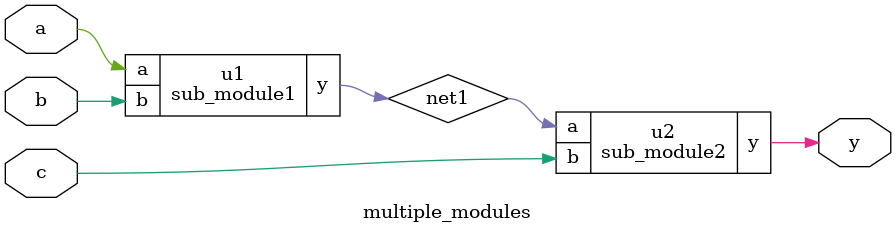
<source format=v>
/* Generated by Yosys 0.7 (git sha1 61f6811, gcc 6.2.0-11ubuntu1 -O2 -fdebug-prefix-map=/build/yosys-OIL3SR/yosys-0.7=. -fstack-protector-strong -fPIC -Os) */

(* top =  1  *)
(* src = "multiple_modules.v:10" *)
module multiple_modules(a, b, c, y);
  (* src = "multiple_modules.v:10" *)
  input a;
  (* src = "multiple_modules.v:10" *)
  input b;
  (* src = "multiple_modules.v:10" *)
  input c;
  (* src = "multiple_modules.v:11" *)
  wire net1;
  (* src = "multiple_modules.v:10" *)
  output y;
  (* src = "multiple_modules.v:12" *)
  sub_module1 u1 (
    .a(a),
    .b(b),
    .y(net1)
  );
  (* src = "multiple_modules.v:13" *)
  sub_module2 u2 (
    .a(net1),
    .b(c),
    .y(y)
  );
endmodule

(* src = "multiple_modules.v:5" *)
module sub_module1(a, b, y);
  wire _0_;
  wire _1_;
  wire _2_;
  (* src = "multiple_modules.v:5" *)
  input a;
  (* src = "multiple_modules.v:5" *)
  input b;
  (* src = "multiple_modules.v:5" *)
  output y;
  sky130_fd_sc_hd__and2_2 _3_ (
    .A(_0_),
    .B(_1_),
    .X(_2_)
  );
  assign _0_ = b;
  assign _1_ = a;
  assign y = _2_;
endmodule

(* src = "multiple_modules.v:1" *)
module sub_module2(a, b, y);
  wire _0_;
  wire _1_;
  wire _2_;
  wire _3_;
  wire _4_;
  (* src = "multiple_modules.v:1" *)
  input a;
  (* src = "multiple_modules.v:1" *)
  input b;
  (* src = "multiple_modules.v:1" *)
  output y;
  sky130_fd_sc_hd__clkinv_1 _5_ (
    .A(_0_),
    .Y(_3_)
  );
  sky130_fd_sc_hd__clkinv_1 _6_ (
    .A(_1_),
    .Y(_4_)
  );
  sky130_fd_sc_hd__nand2_1 _7_ (
    .A(_3_),
    .B(_4_),
    .Y(_2_)
  );
  assign _0_ = b;
  assign _1_ = a;
  assign y = _2_;
endmodule

</source>
